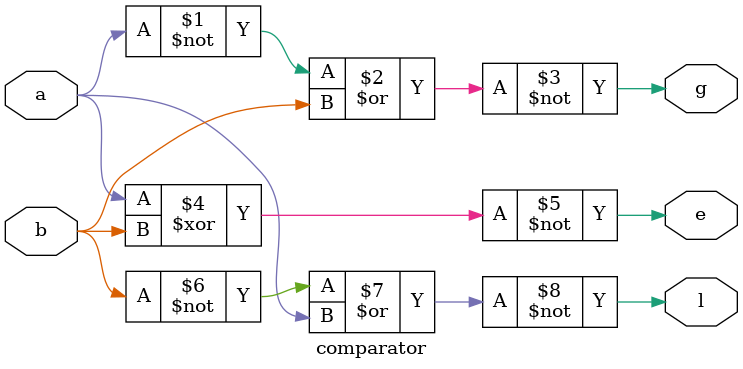
<source format=v>
module comparator (
    input   a,
    input   b,
    output  g,
    output  e,
    output  l
);

assign g = ~((~a) | b);
assign e = ~(a ^ b);
assign l = ~((~b) | a);

endmodule
</source>
